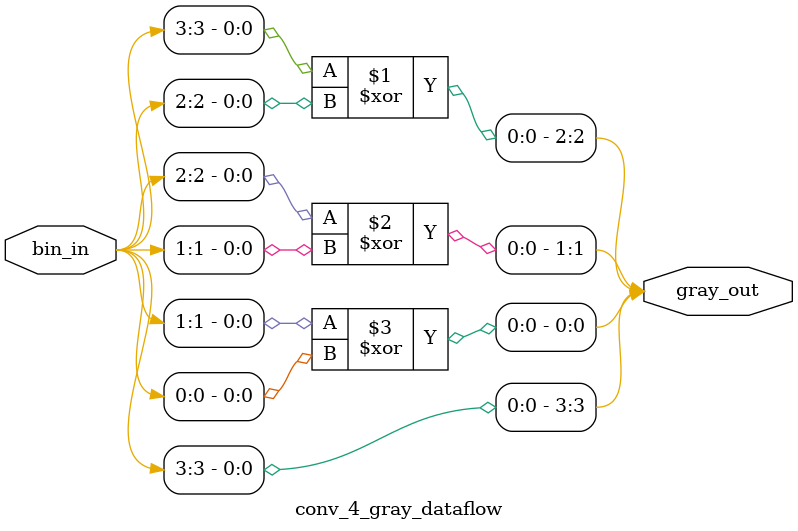
<source format=v>

module conv_4_gray_dataflow (
    input  wire [3:0] bin_in,   // Vetor de entrada em código binário (4 bits)
    output wire [3:0] gray_out  // Vetor de saída em código Gray (4 bits)
);
    // ------------------------------------------------------------------------
    // Implementação em estilo dataflow
    // - Cada bit da saída é descrito por uma expressão lógica contínua.
    // - Não há bloco always; o hardware é inferido diretamente das equações.
    // ------------------------------------------------------------------------
    assign gray_out[3] = bin_in[3];             // G3 = B3
    assign gray_out[2] = bin_in[3] ^ bin_in[2]; // G2 = B3 ^ B2
    assign gray_out[1] = bin_in[2] ^ bin_in[1]; // G1 = B2 ^ B1
    assign gray_out[0] = bin_in[1] ^ bin_in[0]; // G0 = B1 ^ B0

endmodule

</source>
